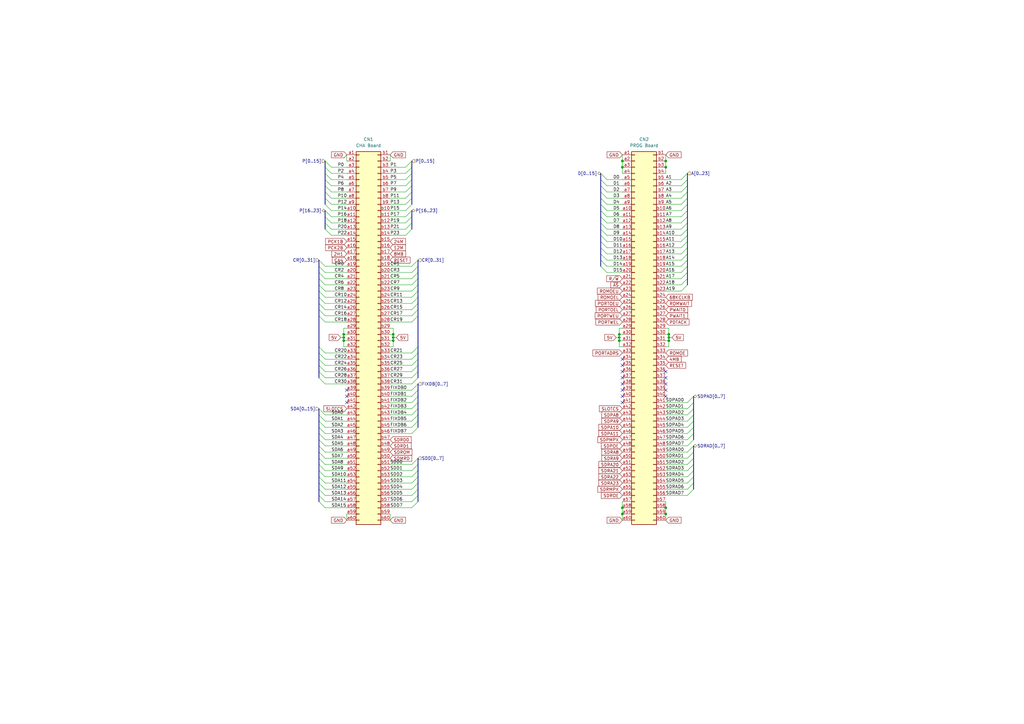
<source format=kicad_sch>
(kicad_sch (version 20250114) (generator "eeschema") (generator_version "9.0")
  (paper "A3")
  (title_block (title "NEO-MVH MV1FZS") (date "2025-10-13") (comment 1 "Not official schematic from SNK") (comment 2 "Use at your own discretion"))
  (lib_symbols
    (symbol "Neo Geo:Cartridge Slot_2x60" (pin_names (offset 1.016) (hide yes))
      (property "Reference" "CN" (at 0 76.2 0))
      (property "Value" "Cartridge_Slot_2x60" (at -0.254 -79.756 0))
      (symbol "Cartridge Slot_2x60_1_1"
        (pin passive line (at -8.89 73.66 0) (length 3.81) (name "a1") (number "a1"))
        (pin passive line (at -8.89 71.12 0) (length 3.81) (name "a2") (number "a2"))
        (pin passive line (at -8.89 68.58 0) (length 3.81) (name "a3") (number "a3"))
        (pin passive line (at -8.89 66.04 0) (length 3.81) (name "a4") (number "a4"))
        (pin passive line (at -8.89 63.5 0) (length 3.81) (name "a5") (number "a5"))
        (pin passive line (at -8.89 60.96 0) (length 3.81) (name "a6") (number "a6"))
        (pin passive line (at -8.89 58.42 0) (length 3.81) (name "a7") (number "a7"))
        (pin passive line (at -8.89 55.88 0) (length 3.81) (name "a8") (number "a8"))
        (pin passive line (at -8.89 53.34 0) (length 3.81) (name "a9") (number "a9"))
        (pin passive line (at -8.89 50.8 0) (length 3.81) (name "a10") (number "a10"))
        (pin passive line (at -8.89 48.26 0) (length 3.81) (name "a11") (number "a11"))
        (pin passive line (at -8.89 45.72 0) (length 3.81) (name "a12") (number "a12"))
        (pin passive line (at -8.89 43.18 0) (length 3.81) (name "a13") (number "a13"))
        (pin passive line (at -8.89 40.64 0) (length 3.81) (name "a14") (number "a14"))
        (pin passive line (at -8.89 38.1 0) (length 3.81) (name "a15") (number "a15"))
        (pin passive line (at -8.89 35.56 0) (length 3.81) (name "a16") (number "a16"))
        (pin passive line (at -8.89 33.02 0) (length 3.81) (name "a17") (number "a17"))
        (pin passive line (at -8.89 30.48 0) (length 3.81) (name "a18") (number "a18"))
        (pin passive line (at -8.89 27.94 0) (length 3.81) (name "a19") (number "a19"))
        (pin passive line (at -8.89 25.4 0) (length 3.81) (name "a20") (number "a20"))
        (pin passive line (at -8.89 22.86 0) (length 3.81) (name "a21") (number "a21"))
        (pin passive line (at -8.89 20.32 0) (length 3.81) (name "a22") (number "a22"))
        (pin passive line (at -8.89 17.78 0) (length 3.81) (name "a23") (number "a23"))
        (pin passive line (at -8.89 15.24 0) (length 3.81) (name "a24") (number "a24"))
        (pin passive line (at -8.89 12.7 0) (length 3.81) (name "a25") (number "a25"))
        (pin passive line (at -8.89 10.16 0) (length 3.81) (name "a26") (number "a26"))
        (pin passive line (at -8.89 7.62 0) (length 3.81) (name "a27") (number "a27"))
        (pin passive line (at -8.89 5.08 0) (length 3.81) (name "a28") (number "a28"))
        (pin passive line (at -8.89 2.54 0) (length 3.81) (name "a29") (number "a29"))
        (pin passive line (at -8.89 0 0) (length 3.81) (name "a30") (number "a30"))
        (pin passive line (at -8.89 -2.54 0) (length 3.81) (name "a31") (number "a31"))
        (pin passive line (at -8.89 -5.08 0) (length 3.81) (name "a32") (number "a32"))
        (pin passive line (at -8.89 -7.62 0) (length 3.81) (name "a33") (number "a33"))
        (pin passive line (at -8.89 -10.16 0) (length 3.81) (name "a34") (number "a34"))
        (pin passive line (at -8.89 -12.7 0) (length 3.81) (name "a35") (number "a35"))
        (pin passive line (at -8.89 -15.24 0) (length 3.81) (name "a36") (number "a36"))
        (pin passive line (at -8.89 -17.78 0) (length 3.81) (name "a37") (number "a37"))
        (pin passive line (at -8.89 -20.32 0) (length 3.81) (name "a38") (number "a38"))
        (pin passive line (at -8.89 -22.86 0) (length 3.81) (name "a39") (number "a39"))
        (pin passive line (at -8.89 -25.4 0) (length 3.81) (name "a40") (number "a40"))
        (pin passive line (at -8.89 -27.94 0) (length 3.81) (name "a41") (number "a41"))
        (pin passive line (at -8.89 -30.48 0) (length 3.81) (name "a42") (number "a42"))
        (pin passive line (at -8.89 -33.02 0) (length 3.81) (name "a43") (number "a43"))
        (pin passive line (at -8.89 -35.56 0) (length 3.81) (name "a44") (number "a44"))
        (pin passive line (at -8.89 -38.1 0) (length 3.81) (name "a45") (number "a45"))
        (pin passive line (at -8.89 -40.64 0) (length 3.81) (name "a46") (number "a46"))
        (pin passive line (at -8.89 -43.18 0) (length 3.81) (name "a47") (number "a47"))
        (pin passive line (at -8.89 -45.72 0) (length 3.81) (name "a48") (number "a48"))
        (pin passive line (at -8.89 -48.26 0) (length 3.81) (name "a49") (number "a49"))
        (pin passive line (at -8.89 -50.8 0) (length 3.81) (name "a50") (number "a50"))
        (pin passive line (at -8.89 -53.34 0) (length 3.81) (name "a51") (number "a51"))
        (pin passive line (at -8.89 -55.88 0) (length 3.81) (name "a52") (number "a52"))
        (pin passive line (at -8.89 -58.42 0) (length 3.81) (name "a53") (number "a53"))
        (pin passive line (at -8.89 -60.96 0) (length 3.81) (name "a54") (number "a54"))
        (pin passive line (at -8.89 -63.5 0) (length 3.81) (name "a55") (number "a55"))
        (pin passive line (at -8.89 -66.04 0) (length 3.81) (name "a56") (number "a56"))
        (pin passive line (at -8.89 -68.58 0) (length 3.81) (name "a57") (number "a57"))
        (pin passive line (at -8.89 -71.12 0) (length 3.81) (name "a58") (number "a58"))
        (pin passive line (at -8.89 -73.66 0) (length 3.81) (name "a59") (number "a59"))
        (pin passive line (at -8.89 -76.2 0) (length 3.81) (name "a60") (number "a60"))
        (pin passive line (at 8.89 73.66 180) (length 3.81) (name "b1") (number "b1"))
        (pin passive line (at 8.89 71.12 180) (length 3.81) (name "b2") (number "b2"))
        (pin passive line (at 8.89 68.58 180) (length 3.81) (name "b3") (number "b3"))
        (pin passive line (at 8.89 66.04 180) (length 3.81) (name "b4") (number "b4"))
        (pin passive line (at 8.89 63.5 180) (length 3.81) (name "b5") (number "b5"))
        (pin passive line (at 8.89 60.96 180) (length 3.81) (name "b6") (number "b6"))
        (pin passive line (at 8.89 58.42 180) (length 3.81) (name "b7") (number "b7"))
        (pin passive line (at 8.89 55.88 180) (length 3.81) (name "b8") (number "b8"))
        (pin passive line (at 8.89 53.34 180) (length 3.81) (name "b9") (number "b9"))
        (pin passive line (at 8.89 50.8 180) (length 3.81) (name "b10") (number "b10"))
        (pin passive line (at 8.89 48.26 180) (length 3.81) (name "b11") (number "b11"))
        (pin passive line (at 8.89 45.72 180) (length 3.81) (name "b12") (number "b12"))
        (pin passive line (at 8.89 43.18 180) (length 3.81) (name "b13") (number "b13"))
        (pin passive line (at 8.89 40.64 180) (length 3.81) (name "b14") (number "b14"))
        (pin passive line (at 8.89 38.1 180) (length 3.81) (name "b15") (number "b15"))
        (pin passive line (at 8.89 35.56 180) (length 3.81) (name "b16") (number "b16"))
        (pin passive line (at 8.89 33.02 180) (length 3.81) (name "b17") (number "b17"))
        (pin passive line (at 8.89 30.48 180) (length 3.81) (name "b18") (number "b18"))
        (pin passive line (at 8.89 27.94 180) (length 3.81) (name "b19") (number "b19"))
        (pin passive line (at 8.89 25.4 180) (length 3.81) (name "b20") (number "b20"))
        (pin passive line (at 8.89 22.86 180) (length 3.81) (name "b21") (number "b21"))
        (pin passive line (at 8.89 20.32 180) (length 3.81) (name "b22") (number "b22"))
        (pin passive line (at 8.89 17.78 180) (length 3.81) (name "b23") (number "b23"))
        (pin passive line (at 8.89 15.24 180) (length 3.81) (name "b24") (number "b24"))
        (pin passive line (at 8.89 12.7 180) (length 3.81) (name "b25") (number "b25"))
        (pin passive line (at 8.89 10.16 180) (length 3.81) (name "b26") (number "b26"))
        (pin passive line (at 8.89 7.62 180) (length 3.81) (name "b27") (number "b27"))
        (pin passive line (at 8.89 5.08 180) (length 3.81) (name "b28") (number "b28"))
        (pin passive line (at 8.89 2.54 180) (length 3.81) (name "b29") (number "b29"))
        (pin passive line (at 8.89 0 180) (length 3.81) (name "b30") (number "b30"))
        (pin passive line (at 8.89 -2.54 180) (length 3.81) (name "b31") (number "b31"))
        (pin passive line (at 8.89 -5.08 180) (length 3.81) (name "b32") (number "b32"))
        (pin passive line (at 8.89 -7.62 180) (length 3.81) (name "b33") (number "b33"))
        (pin passive line (at 8.89 -10.16 180) (length 3.81) (name "b34") (number "b34"))
        (pin passive line (at 8.89 -12.7 180) (length 3.81) (name "b35") (number "b35"))
        (pin passive line (at 8.89 -15.24 180) (length 3.81) (name "b36") (number "b36"))
        (pin passive line (at 8.89 -17.78 180) (length 3.81) (name "b37") (number "b37"))
        (pin passive line (at 8.89 -20.32 180) (length 3.81) (name "b38") (number "b38"))
        (pin passive line (at 8.89 -22.86 180) (length 3.81) (name "b39") (number "b39"))
        (pin passive line (at 8.89 -25.4 180) (length 3.81) (name "b40") (number "b40"))
        (pin passive line (at 8.89 -27.94 180) (length 3.81) (name "b41") (number "b41"))
        (pin passive line (at 8.89 -30.48 180) (length 3.81) (name "b42") (number "b42"))
        (pin passive line (at 8.89 -33.02 180) (length 3.81) (name "b43") (number "b43"))
        (pin passive line (at 8.89 -35.56 180) (length 3.81) (name "b44") (number "b44"))
        (pin passive line (at 8.89 -38.1 180) (length 3.81) (name "b45") (number "b45"))
        (pin passive line (at 8.89 -40.64 180) (length 3.81) (name "b46") (number "b46"))
        (pin passive line (at 8.89 -43.18 180) (length 3.81) (name "b47") (number "b47"))
        (pin passive line (at 8.89 -45.72 180) (length 3.81) (name "b48") (number "b48"))
        (pin passive line (at 8.89 -48.26 180) (length 3.81) (name "b49") (number "b49"))
        (pin passive line (at 8.89 -50.8 180) (length 3.81) (name "b50") (number "b50"))
        (pin passive line (at 8.89 -53.34 180) (length 3.81) (name "b51") (number "b51"))
        (pin passive line (at 8.89 -55.88 180) (length 3.81) (name "b52") (number "b52"))
        (pin passive line (at 8.89 -58.42 180) (length 3.81) (name "b53") (number "b53"))
        (pin passive line (at 8.89 -60.96 180) (length 3.81) (name "b54") (number "b54"))
        (pin passive line (at 8.89 -63.5 180) (length 3.81) (name "b55") (number "b55"))
        (pin passive line (at 8.89 -66.04 180) (length 3.81) (name "b56") (number "b56"))
        (pin passive line (at 8.89 -68.58 180) (length 3.81) (name "b57") (number "b57"))
        (pin passive line (at 8.89 -71.12 180) (length 3.81) (name "b58") (number "b58"))
        (pin passive line (at 8.89 -73.66 180) (length 3.81) (name "b59") (number "b59"))
        (pin passive line (at 8.89 -76.2 180) (length 3.81) (name "b60") (number "b60"))
      )
    )
  )
  (junction (at 161.29 139.7))
  (junction (at 274.32 137.16))
  (junction (at 273.05 210.82))
  (junction (at 274.32 139.7))
  (junction (at 140.97 139.7))
  (junction (at 274.32 138.43))
  (junction (at 273.05 68.58))
  (junction (at 255.27 208.28))
  (junction (at 161.29 138.43))
  (junction (at 255.27 68.58))
  (junction (at 254 137.16))
  (junction (at 273.05 208.28))
  (junction (at 161.29 137.16))
  (junction (at 255.27 210.82))
  (junction (at 255.27 66.04))
  (junction (at 273.05 66.04))
  (junction (at 140.97 138.43))
  (junction (at 140.97 137.16))
  (junction (at 254 138.43))
  (junction (at 254 139.7))
  (no_connect (at 255.27 157.48))
  (no_connect (at 273.05 154.94))
  (no_connect (at 142.24 162.56))
  (no_connect (at 255.27 160.02))
  (no_connect (at 255.27 165.1))
  (no_connect (at 273.05 152.4))
  (no_connect (at 142.24 165.1))
  (no_connect (at 255.27 149.86))
  (no_connect (at 255.27 154.94))
  (no_connect (at 273.05 162.56))
  (no_connect (at 255.27 147.32))
  (no_connect (at 255.27 152.4))
  (no_connect (at 273.05 160.02))
  (no_connect (at 142.24 160.02))
  (no_connect (at 273.05 157.48))
  (no_connect (at 255.27 162.56))
  (bus_entry (at 130.81 193.04) (size 2.54 2.54))
  (bus_entry (at 130.81 129.54) (size 2.54 2.54))
  (bus_entry (at 281.94 88.9) (size -2.54 2.54))
  (bus_entry (at 130.81 119.38) (size 2.54 2.54))
  (bus_entry (at 246.38 76.2) (size 2.54 2.54))
  (bus_entry (at 130.81 142.24) (size 2.54 2.54))
  (bus_entry (at 284.48 198.12) (size -2.54 2.54))
  (bus_entry (at 130.81 116.84) (size 2.54 2.54))
  (bus_entry (at 171.45 152.4) (size -2.54 2.54))
  (bus_entry (at 284.48 165.1) (size -2.54 2.54))
  (bus_entry (at 130.81 127) (size 2.54 2.54))
  (bus_entry (at 130.81 111.76) (size 2.54 2.54))
  (bus_entry (at 130.81 147.32) (size 2.54 2.54))
  (bus_entry (at 281.94 99.06) (size -2.54 2.54))
  (bus_entry (at 130.81 109.22) (size 2.54 2.54))
  (bus_entry (at 281.94 109.22) (size -2.54 2.54))
  (bus_entry (at 281.94 96.52) (size -2.54 2.54))
  (bus_entry (at 281.94 111.76) (size -2.54 2.54))
  (bus_entry (at 284.48 177.8) (size -2.54 2.54))
  (bus_entry (at 281.94 76.2) (size -2.54 2.54))
  (bus_entry (at 133.35 83.82) (size 2.54 2.54))
  (bus_entry (at 168.91 86.36) (size -2.54 2.54))
  (bus_entry (at 284.48 180.34) (size -2.54 2.54))
  (bus_entry (at 171.45 195.58) (size -2.54 2.54))
  (bus_entry (at 133.35 73.66) (size 2.54 2.54))
  (bus_entry (at 171.45 175.26) (size -2.54 2.54))
  (bus_entry (at 130.81 190.5) (size 2.54 2.54))
  (bus_entry (at 130.81 152.4) (size 2.54 2.54))
  (bus_entry (at 171.45 147.32) (size -2.54 2.54))
  (bus_entry (at 130.81 205.74) (size 2.54 2.54))
  (bus_entry (at 246.38 71.12) (size 2.54 2.54))
  (bus_entry (at 246.38 88.9) (size 2.54 2.54))
  (bus_entry (at 246.38 86.36) (size 2.54 2.54))
  (bus_entry (at 246.38 96.52) (size 2.54 2.54))
  (bus_entry (at 130.81 182.88) (size 2.54 2.54))
  (bus_entry (at 171.45 198.12) (size -2.54 2.54))
  (bus_entry (at 130.81 200.66) (size 2.54 2.54))
  (bus_entry (at 171.45 193.04) (size -2.54 2.54))
  (bus_entry (at 171.45 124.46) (size -2.54 2.54))
  (bus_entry (at 130.81 172.72) (size 2.54 2.54))
  (bus_entry (at 281.94 114.3) (size -2.54 2.54))
  (bus_entry (at 171.45 172.72) (size -2.54 2.54))
  (bus_entry (at 133.35 66.04) (size 2.54 2.54))
  (bus_entry (at 171.45 170.18) (size -2.54 2.54))
  (bus_entry (at 168.91 91.44) (size -2.54 2.54))
  (bus_entry (at 171.45 111.76) (size -2.54 2.54))
  (bus_entry (at 130.81 106.68) (size 2.54 2.54))
  (bus_entry (at 171.45 149.86) (size -2.54 2.54))
  (bus_entry (at 284.48 172.72) (size -2.54 2.54))
  (bus_entry (at 168.91 66.04) (size -2.54 2.54))
  (bus_entry (at 246.38 93.98) (size 2.54 2.54))
  (bus_entry (at 133.35 81.28) (size 2.54 2.54))
  (bus_entry (at 246.38 99.06) (size 2.54 2.54))
  (bus_entry (at 246.38 104.14) (size 2.54 2.54))
  (bus_entry (at 171.45 154.94) (size -2.54 2.54))
  (bus_entry (at 246.38 91.44) (size 2.54 2.54))
  (bus_entry (at 284.48 193.04) (size -2.54 2.54))
  (bus_entry (at 281.94 116.84) (size -2.54 2.54))
  (bus_entry (at 130.81 177.8) (size 2.54 2.54))
  (bus_entry (at 171.45 203.2) (size -2.54 2.54))
  (bus_entry (at 133.35 86.36) (size 2.54 2.54))
  (bus_entry (at 168.91 88.9) (size -2.54 2.54))
  (bus_entry (at 130.81 114.3) (size 2.54 2.54))
  (bus_entry (at 130.81 180.34) (size 2.54 2.54))
  (bus_entry (at 130.81 175.26) (size 2.54 2.54))
  (bus_entry (at 171.45 116.84) (size -2.54 2.54))
  (bus_entry (at 171.45 142.24) (size -2.54 2.54))
  (bus_entry (at 171.45 200.66) (size -2.54 2.54))
  (bus_entry (at 130.81 195.58) (size 2.54 2.54))
  (bus_entry (at 281.94 106.68) (size -2.54 2.54))
  (bus_entry (at 284.48 185.42) (size -2.54 2.54))
  (bus_entry (at 281.94 91.44) (size -2.54 2.54))
  (bus_entry (at 171.45 205.74) (size -2.54 2.54))
  (bus_entry (at 246.38 83.82) (size 2.54 2.54))
  (bus_entry (at 171.45 106.68) (size -2.54 2.54))
  (bus_entry (at 284.48 175.26) (size -2.54 2.54))
  (bus_entry (at 246.38 106.68) (size 2.54 2.54))
  (bus_entry (at 130.81 149.86) (size 2.54 2.54))
  (bus_entry (at 281.94 78.74) (size -2.54 2.54))
  (bus_entry (at 281.94 81.28) (size -2.54 2.54))
  (bus_entry (at 130.81 124.46) (size 2.54 2.54))
  (bus_entry (at 171.45 165.1) (size -2.54 2.54))
  (bus_entry (at 246.38 101.6) (size 2.54 2.54))
  (bus_entry (at 284.48 167.64) (size -2.54 2.54))
  (bus_entry (at 133.35 68.58) (size 2.54 2.54))
  (bus_entry (at 246.38 73.66) (size 2.54 2.54))
  (bus_entry (at 246.38 78.74) (size 2.54 2.54))
  (bus_entry (at 171.45 109.22) (size -2.54 2.54))
  (bus_entry (at 284.48 182.88) (size -2.54 2.54))
  (bus_entry (at 171.45 114.3) (size -2.54 2.54))
  (bus_entry (at 168.91 68.58) (size -2.54 2.54))
  (bus_entry (at 284.48 200.66) (size -2.54 2.54))
  (bus_entry (at 133.35 78.74) (size 2.54 2.54))
  (bus_entry (at 133.35 93.98) (size 2.54 2.54))
  (bus_entry (at 171.45 167.64) (size -2.54 2.54))
  (bus_entry (at 281.94 101.6) (size -2.54 2.54))
  (bus_entry (at 246.38 109.22) (size 2.54 2.54))
  (bus_entry (at 130.81 121.92) (size 2.54 2.54))
  (bus_entry (at 130.81 185.42) (size 2.54 2.54))
  (bus_entry (at 171.45 121.92) (size -2.54 2.54))
  (bus_entry (at 171.45 157.48) (size -2.54 2.54))
  (bus_entry (at 281.94 93.98) (size -2.54 2.54))
  (bus_entry (at 133.35 76.2) (size 2.54 2.54))
  (bus_entry (at 130.81 154.94) (size 2.54 2.54))
  (bus_entry (at 171.45 119.38) (size -2.54 2.54))
  (bus_entry (at 133.35 91.44) (size 2.54 2.54))
  (bus_entry (at 171.45 187.96) (size -2.54 2.54))
  (bus_entry (at 133.35 88.9) (size 2.54 2.54))
  (bus_entry (at 168.91 73.66) (size -2.54 2.54))
  (bus_entry (at 281.94 71.12) (size -2.54 2.54))
  (bus_entry (at 130.81 198.12) (size 2.54 2.54))
  (bus_entry (at 284.48 187.96) (size -2.54 2.54))
  (bus_entry (at 281.94 86.36) (size -2.54 2.54))
  (bus_entry (at 171.45 160.02) (size -2.54 2.54))
  (bus_entry (at 284.48 190.5) (size -2.54 2.54))
  (bus_entry (at 171.45 190.5) (size -2.54 2.54))
  (bus_entry (at 130.81 170.18) (size 2.54 2.54))
  (bus_entry (at 168.91 71.12) (size -2.54 2.54))
  (bus_entry (at 168.91 93.98) (size -2.54 2.54))
  (bus_entry (at 281.94 73.66) (size -2.54 2.54))
  (bus_entry (at 246.38 81.28) (size 2.54 2.54))
  (bus_entry (at 168.91 81.28) (size -2.54 2.54))
  (bus_entry (at 168.91 83.82) (size -2.54 2.54))
  (bus_entry (at 171.45 127) (size -2.54 2.54))
  (bus_entry (at 281.94 104.14) (size -2.54 2.54))
  (bus_entry (at 130.81 144.78) (size 2.54 2.54))
  (bus_entry (at 130.81 203.2) (size 2.54 2.54))
  (bus_entry (at 284.48 195.58) (size -2.54 2.54))
  (bus_entry (at 171.45 144.78) (size -2.54 2.54))
  (bus_entry (at 130.81 167.64) (size 2.54 2.54))
  (bus_entry (at 171.45 129.54) (size -2.54 2.54))
  (bus_entry (at 168.91 76.2) (size -2.54 2.54))
  (bus_entry (at 284.48 162.56) (size -2.54 2.54))
  (bus_entry (at 168.91 78.74) (size -2.54 2.54))
  (bus_entry (at 281.94 83.82) (size -2.54 2.54))
  (bus_entry (at 130.81 187.96) (size 2.54 2.54))
  (bus_entry (at 284.48 170.18) (size -2.54 2.54))
  (bus_entry (at 133.35 71.12) (size 2.54 2.54))
  (bus_entry (at 171.45 162.56) (size -2.54 2.54))
  (wire (pts (xy 254 137.16) (xy 255.27 137.16)))
  (wire (pts (xy 142.24 63.5) (xy 142.24 66.04)))
  (bus (pts (xy 171.45 111.76) (xy 171.45 114.3)))
  (wire (pts (xy 140.97 134.62) (xy 142.24 134.62)))
  (wire (pts (xy 135.89 71.12) (xy 142.24 71.12)))
  (wire (pts (xy 160.02 88.9) (xy 166.37 88.9)))
  (wire (pts (xy 160.02 177.8) (xy 168.91 177.8)))
  (bus (pts (xy 133.35 81.28) (xy 133.35 83.82)))
  (wire (pts (xy 160.02 63.5) (xy 160.02 66.04)))
  (wire (pts (xy 160.02 172.72) (xy 168.91 172.72)))
  (wire (pts (xy 160.02 86.36) (xy 166.37 86.36)))
  (wire (pts (xy 160.02 154.94) (xy 168.91 154.94)))
  (wire (pts (xy 140.97 137.16) (xy 142.24 137.16)))
  (wire (pts (xy 248.92 83.82) (xy 255.27 83.82)))
  (bus (pts (xy 130.81 111.76) (xy 130.81 114.3)))
  (wire (pts (xy 248.92 86.36) (xy 255.27 86.36)))
  (bus (pts (xy 130.81 147.32) (xy 130.81 149.86)))
  (wire (pts (xy 160.02 208.28) (xy 168.91 208.28)))
  (wire (pts (xy 248.92 111.76) (xy 255.27 111.76)))
  (wire (pts (xy 133.35 149.86) (xy 142.24 149.86)))
  (wire (pts (xy 273.05 81.28) (xy 279.4 81.28)))
  (bus (pts (xy 281.94 81.28) (xy 281.94 83.82)))
  (bus (pts (xy 171.45 124.46) (xy 171.45 127)))
  (wire (pts (xy 162.56 138.43) (xy 161.29 138.43)))
  (wire (pts (xy 273.05 93.98) (xy 279.4 93.98)))
  (wire (pts (xy 273.05 68.58) (xy 273.05 71.12)))
  (bus (pts (xy 133.35 78.74) (xy 133.35 81.28)))
  (bus (pts (xy 130.81 114.3) (xy 130.81 116.84)))
  (wire (pts (xy 255.27 210.82) (xy 255.27 208.28)))
  (bus (pts (xy 130.81 182.88) (xy 130.81 185.42)))
  (wire (pts (xy 133.35 157.48) (xy 142.24 157.48)))
  (bus (pts (xy 130.81 172.72) (xy 130.81 175.26)))
  (wire (pts (xy 273.05 86.36) (xy 279.4 86.36)))
  (wire (pts (xy 274.32 138.43) (xy 274.32 137.16)))
  (bus (pts (xy 171.45 190.5) (xy 171.45 193.04)))
  (wire (pts (xy 133.35 195.58) (xy 142.24 195.58)))
  (wire (pts (xy 135.89 96.52) (xy 142.24 96.52)))
  (wire (pts (xy 160.02 78.74) (xy 166.37 78.74)))
  (bus (pts (xy 130.81 144.78) (xy 130.81 147.32)))
  (wire (pts (xy 273.05 104.14) (xy 279.4 104.14)))
  (wire (pts (xy 273.05 114.3) (xy 279.4 114.3)))
  (bus (pts (xy 281.94 83.82) (xy 281.94 86.36)))
  (bus (pts (xy 281.94 101.6) (xy 281.94 104.14)))
  (bus (pts (xy 281.94 114.3) (xy 281.94 116.84)))
  (wire (pts (xy 273.05 99.06) (xy 279.4 99.06)))
  (wire (pts (xy 133.35 170.18) (xy 142.24 170.18)))
  (bus (pts (xy 133.35 66.04) (xy 133.35 68.58)))
  (wire (pts (xy 248.92 91.44) (xy 255.27 91.44)))
  (wire (pts (xy 135.89 86.36) (xy 142.24 86.36)))
  (bus (pts (xy 168.91 86.36) (xy 168.91 88.9)))
  (bus (pts (xy 281.94 93.98) (xy 281.94 96.52)))
  (bus (pts (xy 130.81 119.38) (xy 130.81 121.92)))
  (wire (pts (xy 133.35 208.28) (xy 142.24 208.28)))
  (wire (pts (xy 273.05 213.36) (xy 273.05 210.82)))
  (wire (pts (xy 248.92 99.06) (xy 255.27 99.06)))
  (wire (pts (xy 133.35 177.8) (xy 142.24 177.8)))
  (bus (pts (xy 281.94 96.52) (xy 281.94 99.06)))
  (bus (pts (xy 133.35 71.12) (xy 133.35 73.66)))
  (wire (pts (xy 273.05 106.68) (xy 279.4 106.68)))
  (wire (pts (xy 160.02 83.82) (xy 166.37 83.82)))
  (wire (pts (xy 248.92 104.14) (xy 255.27 104.14)))
  (wire (pts (xy 140.97 134.62) (xy 140.97 137.16)))
  (bus (pts (xy 246.38 73.66) (xy 246.38 76.2)))
  (wire (pts (xy 135.89 73.66) (xy 142.24 73.66)))
  (wire (pts (xy 160.02 213.36) (xy 160.02 210.82)))
  (bus (pts (xy 130.81 106.68) (xy 130.81 109.22)))
  (bus (pts (xy 281.94 99.06) (xy 281.94 101.6)))
  (wire (pts (xy 133.35 124.46) (xy 142.24 124.46)))
  (wire (pts (xy 274.32 142.24) (xy 273.05 142.24)))
  (wire (pts (xy 135.89 76.2) (xy 142.24 76.2)))
  (wire (pts (xy 160.02 121.92) (xy 168.91 121.92)))
  (wire (pts (xy 135.89 81.28) (xy 142.24 81.28)))
  (bus (pts (xy 246.38 93.98) (xy 246.38 96.52)))
  (bus (pts (xy 130.81 177.8) (xy 130.81 180.34)))
  (wire (pts (xy 274.32 139.7) (xy 274.32 138.43)))
  (wire (pts (xy 133.35 205.74) (xy 142.24 205.74)))
  (wire (pts (xy 133.35 147.32) (xy 142.24 147.32)))
  (bus (pts (xy 281.94 76.2) (xy 281.94 78.74)))
  (bus (pts (xy 171.45 127) (xy 171.45 129.54)))
  (wire (pts (xy 273.05 101.6) (xy 279.4 101.6)))
  (bus (pts (xy 168.91 71.12) (xy 168.91 73.66)))
  (wire (pts (xy 160.02 205.74) (xy 168.91 205.74)))
  (bus (pts (xy 246.38 101.6) (xy 246.38 104.14)))
  (bus (pts (xy 130.81 152.4) (xy 130.81 154.94)))
  (wire (pts (xy 133.35 114.3) (xy 142.24 114.3)))
  (bus (pts (xy 130.81 129.54) (xy 130.81 142.24)))
  (wire (pts (xy 160.02 147.32) (xy 168.91 147.32)))
  (bus (pts (xy 130.81 116.84) (xy 130.81 119.38)))
  (bus (pts (xy 284.48 185.42) (xy 284.48 187.96)))
  (wire (pts (xy 140.97 137.16) (xy 140.97 138.43)))
  (wire (pts (xy 273.05 195.58) (xy 281.94 195.58)))
  (wire (pts (xy 273.05 177.8) (xy 281.94 177.8)))
  (bus (pts (xy 281.94 78.74) (xy 281.94 81.28)))
  (bus (pts (xy 171.45 119.38) (xy 171.45 121.92)))
  (bus (pts (xy 171.45 165.1) (xy 171.45 167.64)))
  (bus (pts (xy 171.45 152.4) (xy 171.45 154.94)))
  (wire (pts (xy 281.94 167.64) (xy 273.05 167.64)))
  (bus (pts (xy 171.45 149.86) (xy 171.45 152.4)))
  (wire (pts (xy 160.02 152.4) (xy 168.91 152.4)))
  (wire (pts (xy 255.27 63.5) (xy 255.27 66.04)))
  (wire (pts (xy 273.05 175.26) (xy 281.94 175.26)))
  (wire (pts (xy 133.35 152.4) (xy 142.24 152.4)))
  (wire (pts (xy 160.02 193.04) (xy 168.91 193.04)))
  (wire (pts (xy 273.05 208.28) (xy 273.05 205.74)))
  (wire (pts (xy 133.35 185.42) (xy 142.24 185.42)))
  (wire (pts (xy 248.92 81.28) (xy 255.27 81.28)))
  (bus (pts (xy 171.45 167.64) (xy 171.45 170.18)))
  (bus (pts (xy 171.45 106.68) (xy 171.45 109.22)))
  (wire (pts (xy 133.35 187.96) (xy 142.24 187.96)))
  (wire (pts (xy 133.35 154.94) (xy 142.24 154.94)))
  (bus (pts (xy 168.91 81.28) (xy 168.91 83.82)))
  (wire (pts (xy 161.29 142.24) (xy 160.02 142.24)))
  (bus (pts (xy 171.45 195.58) (xy 171.45 198.12)))
  (bus (pts (xy 281.94 111.76) (xy 281.94 114.3)))
  (bus (pts (xy 171.45 129.54) (xy 171.45 142.24)))
  (wire (pts (xy 274.32 137.16) (xy 273.05 137.16)))
  (wire (pts (xy 273.05 116.84) (xy 279.4 116.84)))
  (wire (pts (xy 160.02 93.98) (xy 166.37 93.98)))
  (bus (pts (xy 171.45 198.12) (xy 171.45 200.66)))
  (wire (pts (xy 160.02 127) (xy 168.91 127)))
  (bus (pts (xy 171.45 144.78) (xy 171.45 147.32)))
  (wire (pts (xy 133.35 203.2) (xy 142.24 203.2)))
  (wire (pts (xy 133.35 175.26) (xy 142.24 175.26)))
  (wire (pts (xy 140.97 138.43) (xy 140.97 139.7)))
  (wire (pts (xy 135.89 68.58) (xy 142.24 68.58)))
  (wire (pts (xy 248.92 88.9) (xy 255.27 88.9)))
  (wire (pts (xy 274.32 134.62) (xy 273.05 134.62)))
  (bus (pts (xy 284.48 195.58) (xy 284.48 198.12)))
  (wire (pts (xy 273.05 210.82) (xy 273.05 208.28)))
  (bus (pts (xy 168.91 68.58) (xy 168.91 71.12)))
  (wire (pts (xy 160.02 160.02) (xy 168.91 160.02)))
  (wire (pts (xy 160.02 68.58) (xy 166.37 68.58)))
  (bus (pts (xy 133.35 86.36) (xy 133.35 88.9)))
  (bus (pts (xy 168.91 66.04) (xy 168.91 68.58)))
  (wire (pts (xy 140.97 139.7) (xy 140.97 142.24)))
  (wire (pts (xy 254 137.16) (xy 254 138.43)))
  (wire (pts (xy 273.05 73.66) (xy 279.4 73.66)))
  (wire (pts (xy 273.05 165.1) (xy 281.94 165.1)))
  (wire (pts (xy 273.05 203.2) (xy 281.94 203.2)))
  (bus (pts (xy 284.48 167.64) (xy 284.48 170.18)))
  (wire (pts (xy 160.02 91.44) (xy 166.37 91.44)))
  (wire (pts (xy 160.02 73.66) (xy 166.37 73.66)))
  (wire (pts (xy 160.02 165.1) (xy 168.91 165.1)))
  (bus (pts (xy 130.81 198.12) (xy 130.81 200.66)))
  (wire (pts (xy 160.02 198.12) (xy 168.91 198.12)))
  (bus (pts (xy 246.38 86.36) (xy 246.38 88.9)))
  (wire (pts (xy 160.02 175.26) (xy 168.91 175.26)))
  (bus (pts (xy 171.45 109.22) (xy 171.45 111.76)))
  (wire (pts (xy 160.02 167.64) (xy 168.91 167.64)))
  (bus (pts (xy 246.38 81.28) (xy 246.38 83.82)))
  (wire (pts (xy 273.05 88.9) (xy 279.4 88.9)))
  (wire (pts (xy 133.35 132.08) (xy 142.24 132.08)))
  (bus (pts (xy 171.45 187.96) (xy 171.45 190.5)))
  (wire (pts (xy 133.35 129.54) (xy 142.24 129.54)))
  (wire (pts (xy 133.35 180.34) (xy 142.24 180.34)))
  (bus (pts (xy 246.38 106.68) (xy 246.38 109.22)))
  (wire (pts (xy 160.02 170.18) (xy 168.91 170.18)))
  (wire (pts (xy 255.27 208.28) (xy 255.27 205.74)))
  (bus (pts (xy 130.81 190.5) (xy 130.81 193.04)))
  (wire (pts (xy 273.05 200.66) (xy 281.94 200.66)))
  (wire (pts (xy 273.05 187.96) (xy 281.94 187.96)))
  (bus (pts (xy 130.81 149.86) (xy 130.81 152.4)))
  (wire (pts (xy 160.02 81.28) (xy 166.37 81.28)))
  (wire (pts (xy 273.05 170.18) (xy 281.94 170.18)))
  (bus (pts (xy 281.94 104.14) (xy 281.94 106.68)))
  (wire (pts (xy 135.89 88.9) (xy 142.24 88.9)))
  (wire (pts (xy 160.02 124.46) (xy 168.91 124.46)))
  (bus (pts (xy 171.45 114.3) (xy 171.45 116.84)))
  (wire (pts (xy 133.35 193.04) (xy 142.24 193.04)))
  (bus (pts (xy 130.81 187.96) (xy 130.81 190.5)))
  (wire (pts (xy 273.05 109.22) (xy 279.4 109.22)))
  (wire (pts (xy 273.05 96.52) (xy 279.4 96.52)))
  (wire (pts (xy 279.4 119.38) (xy 273.05 119.38)))
  (wire (pts (xy 273.05 172.72) (xy 281.94 172.72)))
  (bus (pts (xy 281.94 106.68) (xy 281.94 109.22)))
  (wire (pts (xy 160.02 76.2) (xy 166.37 76.2)))
  (wire (pts (xy 161.29 137.16) (xy 161.29 134.62)))
  (wire (pts (xy 273.05 198.12) (xy 281.94 198.12)))
  (bus (pts (xy 171.45 121.92) (xy 171.45 124.46)))
  (wire (pts (xy 160.02 119.38) (xy 168.91 119.38)))
  (wire (pts (xy 248.92 96.52) (xy 255.27 96.52)))
  (wire (pts (xy 160.02 162.56) (xy 168.91 162.56)))
  (bus (pts (xy 246.38 76.2) (xy 246.38 78.74)))
  (wire (pts (xy 133.35 198.12) (xy 142.24 198.12)))
  (wire (pts (xy 161.29 138.43) (xy 161.29 137.16)))
  (wire (pts (xy 248.92 106.68) (xy 255.27 106.68)))
  (bus (pts (xy 130.81 121.92) (xy 130.81 124.46)))
  (bus (pts (xy 130.81 170.18) (xy 130.81 172.72)))
  (wire (pts (xy 273.05 111.76) (xy 279.4 111.76)))
  (wire (pts (xy 133.35 127) (xy 142.24 127)))
  (wire (pts (xy 274.32 137.16) (xy 274.32 134.62)))
  (wire (pts (xy 139.7 138.43) (xy 140.97 138.43)))
  (wire (pts (xy 160.02 144.78) (xy 168.91 144.78)))
  (wire (pts (xy 135.89 91.44) (xy 142.24 91.44)))
  (wire (pts (xy 274.32 142.24) (xy 274.32 139.7)))
  (wire (pts (xy 160.02 203.2) (xy 168.91 203.2)))
  (bus (pts (xy 246.38 83.82) (xy 246.38 86.36)))
  (bus (pts (xy 168.91 78.74) (xy 168.91 81.28)))
  (wire (pts (xy 160.02 200.66) (xy 168.91 200.66)))
  (bus (pts (xy 133.35 88.9) (xy 133.35 91.44)))
  (bus (pts (xy 246.38 96.52) (xy 246.38 99.06)))
  (bus (pts (xy 246.38 91.44) (xy 246.38 93.98)))
  (wire (pts (xy 255.27 68.58) (xy 255.27 71.12)))
  (wire (pts (xy 255.27 66.04) (xy 255.27 68.58)))
  (bus (pts (xy 284.48 193.04) (xy 284.48 195.58)))
  (bus (pts (xy 133.35 76.2) (xy 133.35 78.74)))
  (wire (pts (xy 248.92 78.74) (xy 255.27 78.74)))
  (bus (pts (xy 284.48 190.5) (xy 284.48 193.04)))
  (wire (pts (xy 133.35 182.88) (xy 142.24 182.88)))
  (bus (pts (xy 281.94 91.44) (xy 281.94 93.98)))
  (bus (pts (xy 281.94 86.36) (xy 281.94 88.9)))
  (wire (pts (xy 254 138.43) (xy 254 139.7)))
  (bus (pts (xy 284.48 162.56) (xy 284.48 165.1)))
  (bus (pts (xy 130.81 195.58) (xy 130.81 198.12)))
  (wire (pts (xy 273.05 66.04) (xy 273.05 68.58)))
  (wire (pts (xy 160.02 149.86) (xy 168.91 149.86)))
  (wire (pts (xy 161.29 142.24) (xy 161.29 139.7)))
  (wire (pts (xy 160.02 132.08) (xy 168.91 132.08)))
  (bus (pts (xy 281.94 71.12) (xy 281.94 73.66)))
  (bus (pts (xy 281.94 73.66) (xy 281.94 76.2)))
  (wire (pts (xy 273.05 185.42) (xy 281.94 185.42)))
  (bus (pts (xy 284.48 172.72) (xy 284.48 175.26)))
  (bus (pts (xy 130.81 193.04) (xy 130.81 195.58)))
  (wire (pts (xy 248.92 93.98) (xy 255.27 93.98)))
  (wire (pts (xy 161.29 139.7) (xy 161.29 138.43)))
  (wire (pts (xy 133.35 119.38) (xy 142.24 119.38)))
  (bus (pts (xy 171.45 147.32) (xy 171.45 149.86)))
  (bus (pts (xy 246.38 71.12) (xy 246.38 73.66)))
  (bus (pts (xy 246.38 104.14) (xy 246.38 106.68)))
  (wire (pts (xy 248.92 76.2) (xy 255.27 76.2)))
  (bus (pts (xy 284.48 177.8) (xy 284.48 180.34)))
  (bus (pts (xy 171.45 116.84) (xy 171.45 119.38)))
  (wire (pts (xy 160.02 195.58) (xy 168.91 195.58)))
  (bus (pts (xy 171.45 162.56) (xy 171.45 165.1)))
  (wire (pts (xy 140.97 139.7) (xy 142.24 139.7)))
  (wire (pts (xy 273.05 83.82) (xy 279.4 83.82)))
  (wire (pts (xy 273.05 180.34) (xy 281.94 180.34)))
  (bus (pts (xy 171.45 193.04) (xy 171.45 195.58)))
  (bus (pts (xy 168.91 76.2) (xy 168.91 78.74)))
  (bus (pts (xy 130.81 180.34) (xy 130.81 182.88)))
  (wire (pts (xy 140.97 142.24) (xy 142.24 142.24)))
  (wire (pts (xy 133.35 111.76) (xy 142.24 111.76)))
  (wire (pts (xy 273.05 182.88) (xy 281.94 182.88)))
  (bus (pts (xy 246.38 78.74) (xy 246.38 81.28)))
  (wire (pts (xy 160.02 116.84) (xy 168.91 116.84)))
  (wire (pts (xy 160.02 157.48) (xy 168.91 157.48)))
  (bus (pts (xy 168.91 91.44) (xy 168.91 93.98)))
  (wire (pts (xy 248.92 101.6) (xy 255.27 101.6)))
  (wire (pts (xy 275.59 138.43) (xy 274.32 138.43)))
  (bus (pts (xy 130.81 175.26) (xy 130.81 177.8)))
  (bus (pts (xy 171.45 170.18) (xy 171.45 172.72)))
  (bus (pts (xy 133.35 68.58) (xy 133.35 71.12)))
  (bus (pts (xy 133.35 91.44) (xy 133.35 93.98)))
  (wire (pts (xy 255.27 213.36) (xy 255.27 210.82)))
  (wire (pts (xy 133.35 121.92) (xy 142.24 121.92)))
  (bus (pts (xy 284.48 198.12) (xy 284.48 200.66)))
  (wire (pts (xy 133.35 116.84) (xy 142.24 116.84)))
  (bus (pts (xy 130.81 109.22) (xy 130.81 111.76)))
  (wire (pts (xy 133.35 144.78) (xy 142.24 144.78)))
  (wire (pts (xy 160.02 190.5) (xy 168.91 190.5)))
  (wire (pts (xy 133.35 109.22) (xy 142.24 109.22)))
  (bus (pts (xy 130.81 203.2) (xy 130.81 205.74)))
  (bus (pts (xy 284.48 165.1) (xy 284.48 167.64)))
  (wire (pts (xy 254 142.24) (xy 255.27 142.24)))
  (wire (pts (xy 133.35 200.66) (xy 142.24 200.66)))
  (wire (pts (xy 160.02 96.52) (xy 166.37 96.52)))
  (wire (pts (xy 160.02 114.3) (xy 168.91 114.3)))
  (bus (pts (xy 168.91 88.9) (xy 168.91 91.44)))
  (wire (pts (xy 273.05 76.2) (xy 279.4 76.2)))
  (bus (pts (xy 130.81 185.42) (xy 130.81 187.96)))
  (wire (pts (xy 254 134.62) (xy 255.27 134.62)))
  (bus (pts (xy 281.94 88.9) (xy 281.94 91.44)))
  (bus (pts (xy 130.81 200.66) (xy 130.81 203.2)))
  (bus (pts (xy 284.48 187.96) (xy 284.48 190.5)))
  (wire (pts (xy 273.05 190.5) (xy 281.94 190.5)))
  (wire (pts (xy 254 134.62) (xy 254 137.16)))
  (wire (pts (xy 273.05 78.74) (xy 279.4 78.74)))
  (bus (pts (xy 171.45 203.2) (xy 171.45 205.74)))
  (bus (pts (xy 246.38 99.06) (xy 246.38 101.6)))
  (wire (pts (xy 133.35 190.5) (xy 142.24 190.5)))
  (wire (pts (xy 135.89 83.82) (xy 142.24 83.82)))
  (wire (pts (xy 274.32 139.7) (xy 273.05 139.7)))
  (wire (pts (xy 135.89 93.98) (xy 142.24 93.98)))
  (wire (pts (xy 252.73 138.43) (xy 254 138.43)))
  (wire (pts (xy 254 139.7) (xy 255.27 139.7)))
  (bus (pts (xy 171.45 142.24) (xy 171.45 144.78)))
  (wire (pts (xy 161.29 139.7) (xy 160.02 139.7)))
  (wire (pts (xy 160.02 109.22) (xy 168.91 109.22)))
  (wire (pts (xy 161.29 134.62) (xy 160.02 134.62)))
  (bus (pts (xy 130.81 124.46) (xy 130.81 127)))
  (wire (pts (xy 248.92 109.22) (xy 255.27 109.22)))
  (wire (pts (xy 160.02 71.12) (xy 166.37 71.12)))
  (wire (pts (xy 273.05 91.44) (xy 279.4 91.44)))
  (bus (pts (xy 284.48 175.26) (xy 284.48 177.8)))
  (bus (pts (xy 171.45 157.48) (xy 171.45 160.02)))
  (bus (pts (xy 281.94 109.22) (xy 281.94 111.76)))
  (bus (pts (xy 284.48 182.88) (xy 284.48 185.42)))
  (bus (pts (xy 284.48 170.18) (xy 284.48 172.72)))
  (wire (pts (xy 160.02 129.54) (xy 168.91 129.54)))
  (wire (pts (xy 248.92 73.66) (xy 255.27 73.66)))
  (wire (pts (xy 133.35 172.72) (xy 142.24 172.72)))
  (wire (pts (xy 142.24 213.36) (xy 142.24 210.82)))
  (bus (pts (xy 246.38 88.9) (xy 246.38 91.44)))
  (bus (pts (xy 133.35 73.66) (xy 133.35 76.2)))
  (bus (pts (xy 171.45 200.66) (xy 171.45 203.2)))
  (wire (pts (xy 273.05 193.04) (xy 281.94 193.04)))
  (bus (pts (xy 168.91 73.66) (xy 168.91 76.2)))
  (wire (pts (xy 254 139.7) (xy 254 142.24)))
  (wire (pts (xy 161.29 137.16) (xy 160.02 137.16)))
  (wire (pts (xy 273.05 63.5) (xy 273.05 66.04)))
  (bus (pts (xy 130.81 167.64) (xy 130.81 170.18)))
  (wire (pts (xy 160.02 111.76) (xy 168.91 111.76)))
  (bus (pts (xy 130.81 142.24) (xy 130.81 144.78)))
  (bus (pts (xy 171.45 172.72) (xy 171.45 175.26)))
  (wire (pts (xy 135.89 78.74) (xy 142.24 78.74)))
  (bus (pts (xy 171.45 160.02) (xy 171.45 162.56)))
  (bus (pts (xy 130.81 127) (xy 130.81 129.54)))
  (label "A7" (at 273.05 88.9 0))
  (label "CR30" (at 137.16 157.48 0))
  (label "SDD3" (at 160.02 198.12 0))
  (label "A5" (at 273.05 83.82 0))
  (label "SDD6" (at 160.02 205.74 0))
  (label "A11" (at 273.05 99.06 0))
  (label "CR26" (at 137.16 152.4 0))
  (label "D7" (at 251.46 91.44 0))
  (label "SDRAD3" (at 273.05 193.04 0))
  (label "P5" (at 160.02 73.66 0))
  (label "SDRAD7" (at 273.05 203.2 0))
  (label "D3" (at 251.46 81.28 0))
  (label "SDA12" (at 135.89 200.66 0))
  (label "CR7" (at 160.02 116.84 0))
  (label "SDA2" (at 135.89 175.26 0))
  (label "P13" (at 160.02 83.82 0))
  (label "A16" (at 273.05 111.76 0))
  (label "FIXDB1" (at 160.02 162.56 0))
  (label "A14" (at 273.05 106.68 0))
  (label "SDRAD6" (at 273.05 200.66 0))
  (label "CR3" (at 160.02 111.76 0))
  (label "CR16" (at 137.16 129.54 0))
  (label "D6" (at 251.46 88.9 0))
  (label "CR11" (at 160.02 121.92 0))
  (label "CR31" (at 160.02 157.48 0))
  (label "CR29" (at 160.02 154.94 0))
  (label "CR1" (at 160.02 109.22 0))
  (label "A17" (at 273.05 114.3 0))
  (label "CR20" (at 137.16 144.78 0))
  (label "D4" (at 251.46 83.82 0))
  (label "SDD0" (at 160.02 190.5 0))
  (label "A18" (at 273.05 116.84 0))
  (label "CR2" (at 137.16 111.76 0))
  (label "CR14" (at 137.16 127 0))
  (label "P15" (at 160.02 86.36 0))
  (label "A8" (at 273.05 91.44 0))
  (label "P14" (at 138.43 86.36 0))
  (label "P17" (at 160.02 88.9 0))
  (label "FIXDB3" (at 160.02 167.64 0))
  (label "P20" (at 138.43 93.98 0))
  (label "SDA1" (at 135.89 172.72 0))
  (label "SDA6" (at 135.89 185.42 0))
  (label "SDRAD5" (at 273.05 198.12 0))
  (label "CR27" (at 160.02 152.4 0))
  (label "SDD5" (at 160.02 203.2 0))
  (label "SDD4" (at 160.02 200.66 0))
  (label "P11" (at 160.02 81.28 0))
  (label "A12" (at 273.05 101.6 0))
  (label "CR17" (at 160.02 129.54 0))
  (label "D13" (at 251.46 106.68 0))
  (label "P23" (at 160.02 96.52 0))
  (label "CR0" (at 137.16 109.22 0))
  (label "CR5" (at 160.02 114.3 0))
  (label "CR9" (at 160.02 119.38 0))
  (label "SDPAD3" (at 273.05 172.72 0))
  (label "SDRAD4" (at 273.05 195.58 0))
  (label "D8" (at 251.46 93.98 0))
  (label "SDA0" (at 135.89 170.18 0))
  (label "SDPAD0" (at 273.05 165.1 0))
  (label "P1" (at 160.02 68.58 0))
  (label "P6" (at 138.43 76.2 0))
  (label "FIXDB4" (at 160.02 170.18 0))
  (label "A4" (at 273.05 81.28 0))
  (label "CR23" (at 160.02 147.32 0))
  (label "SDD2" (at 160.02 195.58 0))
  (label "P21" (at 160.02 93.98 0))
  (label "P3" (at 160.02 71.12 0))
  (label "P0" (at 138.43 68.58 0))
  (label "FIXDB5" (at 160.02 172.72 0))
  (label "CR28" (at 137.16 154.94 0))
  (label "SDA11" (at 135.89 198.12 0))
  (label "CR10" (at 137.16 121.92 0))
  (label "D5" (at 251.46 86.36 0))
  (label "SDA9" (at 135.89 193.04 0))
  (label "FIXDB6" (at 160.02 175.26 0))
  (label "FIXDB7" (at 160.02 177.8 0))
  (label "CR8" (at 137.16 119.38 0))
  (label "CR22" (at 137.16 147.32 0))
  (label "D12" (at 251.46 104.14 0))
  (label "CR6" (at 137.16 116.84 0))
  (label "A1" (at 273.05 73.66 0))
  (label "SDA3" (at 135.89 177.8 0))
  (label "SDRAD1" (at 273.05 187.96 0))
  (label "D2" (at 251.46 78.74 0))
  (label "D15" (at 251.46 111.76 0))
  (label "SDPAD4" (at 273.05 175.26 0))
  (label "CR15" (at 160.02 127 0))
  (label "P4" (at 138.43 73.66 0))
  (label "D9" (at 251.46 96.52 0))
  (label "CR21" (at 160.02 144.78 0))
  (label "SDA5" (at 135.89 182.88 0))
  (label "SDRAD0" (at 273.05 185.42 0))
  (label "FIXDB0" (at 160.02 160.02 0))
  (label "SDD1" (at 160.02 193.04 0))
  (label "D1" (at 251.46 76.2 0))
  (label "SDA13" (at 135.89 203.2 0))
  (label "SDPAD1" (at 273.05 167.64 0))
  (label "A6" (at 273.05 86.36 0))
  (label "D11" (at 251.46 101.6 0))
  (label "SDA4" (at 135.89 180.34 0))
  (label "P8" (at 138.43 78.74 0))
  (label "P22" (at 138.43 96.52 0))
  (label "SDPAD6" (at 273.05 180.34 0))
  (label "A13" (at 273.05 104.14 0))
  (label "CR19" (at 160.02 132.08 0))
  (label "A10" (at 273.05 96.52 0))
  (label "SDA10" (at 135.89 195.58 0))
  (label "SDD7" (at 160.02 208.28 0))
  (label "P18" (at 138.43 91.44 0))
  (label "SDPAD5" (at 273.05 177.8 0))
  (label "A19" (at 276.86 119.38 180))
  (label "P16" (at 138.43 88.9 0))
  (label "D0" (at 251.46 73.66 0))
  (label "P19" (at 160.02 91.44 0))
  (label "P7" (at 160.02 76.2 0))
  (label "SDRAD2" (at 273.05 190.5 0))
  (label "SDPAD2" (at 273.05 170.18 0))
  (label "A9" (at 273.05 93.98 0))
  (label "P12" (at 138.43 83.82 0))
  (label "SDA7" (at 135.89 187.96 0))
  (label "CR12" (at 137.16 124.46 0))
  (label "SDA14" (at 135.89 205.74 0))
  (label "FIXDB2" (at 160.02 165.1 0))
  (label "D14" (at 251.46 109.22 0))
  (label "SDA15" (at 135.89 208.28 0))
  (label "CR25" (at 160.02 149.86 0))
  (label "CR24" (at 137.16 149.86 0))
  (label "A3" (at 273.05 78.74 0))
  (label "CR4" (at 137.16 114.3 0))
  (label "CR18" (at 137.16 132.08 0))
  (label "SDPAD7" (at 273.05 182.88 0))
  (label "D10" (at 251.46 99.06 0))
  (label "SDA8" (at 135.89 190.5 0))
  (label "A2" (at 273.05 76.2 0))
  (label "P2" (at 138.43 71.12 0))
  (label "P10" (at 138.43 81.28 0))
  (label "CR13" (at 160.02 124.46 0))
  (label "P9" (at 160.02 78.74 0))
  (label "A15" (at 273.05 109.22 0))
  (global_label "PORTADRS" (shape input) (at 255.27 144.78 180) (property "Intersheetrefs" "${INTERSHEET_REFS}" (effects (hide yes))))
  (global_label "SLOTCS" (shape input) (at 255.27 167.64 180) (property "Intersheetrefs" "${INTERSHEET_REFS}" (effects (hide yes))))
  (global_label "ROMOEL" (shape input) (at 255.27 121.92 180) (property "Intersheetrefs" "${INTERSHEET_REFS}" (effects (hide yes))))
  (global_label "SDRA9" (shape input) (at 255.27 187.96 180) (property "Intersheetrefs" "${INTERSHEET_REFS}" (effects (hide yes))))
  (global_label "SDRA20" (shape input) (at 255.27 190.5 180) (property "Intersheetrefs" "${INTERSHEET_REFS}" (effects (hide yes))))
  (global_label "SDRMPX" (shape input) (at 255.27 200.66 180) (property "Intersheetrefs" "${INTERSHEET_REFS}" (effects (hide yes))))
  (global_label "R{slash}~{W}" (shape input) (at 255.27 114.3 180) (property "Intersheetrefs" "${INTERSHEET_REFS}" (effects (hide yes))))
  (global_label "SDRD1" (shape input) (at 160.02 182.88 0) (property "Intersheetrefs" "${INTERSHEET_REFS}" (effects (hide yes))))
  (global_label "SDPA9" (shape input) (at 255.27 172.72 180) (property "Intersheetrefs" "${INTERSHEET_REFS}" (effects (hide yes))))
  (global_label "PORTOEU" (shape input) (at 255.27 124.46 180) (property "Intersheetrefs" "${INTERSHEET_REFS}" (effects (hide yes))))
  (global_label "ROMOEU" (shape input) (at 255.27 119.38 180) (property "Intersheetrefs" "${INTERSHEET_REFS}" (effects (hide yes))))
  (global_label "68KCLKB" (shape input) (at 273.05 121.92 0) (property "Intersheetrefs" "${INTERSHEET_REFS}" (effects (hide yes))))
  (global_label "PWAIT0" (shape input) (at 273.05 127 0) (property "Intersheetrefs" "${INTERSHEET_REFS}" (effects (hide yes))))
  (global_label "~{AS}" (shape input) (at 255.27 116.84 180) (property "Intersheetrefs" "${INTERSHEET_REFS}" (effects (hide yes))))
  (global_label "GND" (shape input) (at 255.27 63.5 180) (property "Intersheetrefs" "${INTERSHEET_REFS}" (effects (hide yes))))
  (global_label "SDROM" (shape input) (at 160.02 185.42 0) (property "Intersheetrefs" "${INTERSHEET_REFS}" (effects (hide yes))))
  (global_label "PWAIT1" (shape input) (at 273.05 129.54 0) (property "Intersheetrefs" "${INTERSHEET_REFS}" (effects (hide yes))))
  (global_label "5V" (shape input) (at 252.73 138.43 180) (property "Intersheetrefs" "${INTERSHEET_REFS}" (effects (hide yes))))
  (global_label "SDROE" (shape input) (at 255.27 203.2 180) (property "Intersheetrefs" "${INTERSHEET_REFS}" (effects (hide yes))))
  (global_label "GND" (shape input) (at 273.05 63.5 0) (property "Intersheetrefs" "${INTERSHEET_REFS}" (effects (hide yes))))
  (global_label "SDRA21" (shape input) (at 255.27 193.04 180) (property "Intersheetrefs" "${INTERSHEET_REFS}" (effects (hide yes))))
  (global_label "SDPA10" (shape input) (at 255.27 175.26 180) (property "Intersheetrefs" "${INTERSHEET_REFS}" (effects (hide yes))))
  (global_label "12M" (shape input) (at 160.02 101.6 0) (property "Intersheetrefs" "${INTERSHEET_REFS}" (effects (hide yes))))
  (global_label "8MB" (shape input) (at 160.02 104.14 0) (property "Intersheetrefs" "${INTERSHEET_REFS}" (effects (hide yes))))
  (global_label "GND" (shape input) (at 142.24 63.5 180) (property "Intersheetrefs" "${INTERSHEET_REFS}" (effects (hide yes))))
  (global_label "PORTWEU" (shape input) (at 255.27 129.54 180) (property "Intersheetrefs" "${INTERSHEET_REFS}" (effects (hide yes))))
  (global_label "SDPA8" (shape input) (at 255.27 170.18 180) (property "Intersheetrefs" "${INTERSHEET_REFS}" (effects (hide yes))))
  (global_label "4MB" (shape input) (at 273.05 147.32 0) (property "Intersheetrefs" "${INTERSHEET_REFS}" (effects (hide yes))))
  (global_label "ROMWAIT" (shape input) (at 273.05 124.46 0) (property "Intersheetrefs" "${INTERSHEET_REFS}" (effects (hide yes))))
  (global_label "GND" (shape input) (at 255.27 213.36 180) (property "Intersheetrefs" "${INTERSHEET_REFS}" (effects (hide yes))))
  (global_label "SDPA11" (shape input) (at 255.27 177.8 180) (property "Intersheetrefs" "${INTERSHEET_REFS}" (effects (hide yes))))
  (global_label "CA4" (shape input) (at 142.24 106.68 180) (property "Intersheetrefs" "${INTERSHEET_REFS}" (effects (hide yes))))
  (global_label "PDTACK" (shape input) (at 273.05 132.08 0) (property "Intersheetrefs" "${INTERSHEET_REFS}" (effects (hide yes))))
  (global_label "5V" (shape input) (at 139.7 138.43 180) (property "Intersheetrefs" "${INTERSHEET_REFS}" (effects (hide yes))))
  (global_label "GND" (shape input) (at 142.24 213.36 180) (property "Intersheetrefs" "${INTERSHEET_REFS}" (effects (hide yes))))
  (global_label "ROMOE" (shape input) (at 273.05 144.78 0) (property "Intersheetrefs" "${INTERSHEET_REFS}" (effects (hide yes))))
  (global_label "RESET" (shape input) (at 273.05 149.86 0) (property "Intersheetrefs" "${INTERSHEET_REFS}" (effects (hide yes))))
  (global_label "24M" (shape input) (at 160.02 99.06 0) (property "Intersheetrefs" "${INTERSHEET_REFS}" (effects (hide yes))))
  (global_label "GND" (shape input) (at 273.05 213.36 0) (property "Intersheetrefs" "${INTERSHEET_REFS}" (effects (hide yes))))
  (global_label "SDRA8" (shape input) (at 255.27 185.42 180) (property "Intersheetrefs" "${INTERSHEET_REFS}" (effects (hide yes))))
  (global_label "SDRD0" (shape input) (at 160.02 180.34 0) (property "Intersheetrefs" "${INTERSHEET_REFS}" (effects (hide yes))))
  (global_label "SLOTCS" (shape input) (at 142.24 167.64 180) (property "Intersheetrefs" "${INTERSHEET_REFS}" (effects (hide yes))))
  (global_label "GND" (shape input) (at 160.02 63.5 0) (property "Intersheetrefs" "${INTERSHEET_REFS}" (effects (hide yes))))
  (global_label "PCK1B" (shape input) (at 142.24 99.06 180) (property "Intersheetrefs" "${INTERSHEET_REFS}" (effects (hide yes))))
  (global_label "RESET" (shape input) (at 160.02 106.68 0) (property "Intersheetrefs" "${INTERSHEET_REFS}" (effects (hide yes))))
  (global_label "SDMRD" (shape input) (at 160.02 187.96 0) (property "Intersheetrefs" "${INTERSHEET_REFS}" (effects (hide yes))))
  (global_label "SDRA23" (shape input) (at 255.27 198.12 180) (property "Intersheetrefs" "${INTERSHEET_REFS}" (effects (hide yes))))
  (global_label "PORTOEL" (shape input) (at 255.27 127 180) (property "Intersheetrefs" "${INTERSHEET_REFS}" (effects (hide yes))))
  (global_label "PORTWEL" (shape input) (at 255.27 132.08 180) (property "Intersheetrefs" "${INTERSHEET_REFS}" (effects (hide yes))))
  (global_label "PCK2B" (shape input) (at 142.24 101.6 180) (property "Intersheetrefs" "${INTERSHEET_REFS}" (effects (hide yes))))
  (global_label "5V" (shape input) (at 275.59 138.43 0) (property "Intersheetrefs" "${INTERSHEET_REFS}" (effects (hide yes))))
  (global_label "SDPMPX" (shape input) (at 255.27 180.34 180) (property "Intersheetrefs" "${INTERSHEET_REFS}" (effects (hide yes))))
  (global_label "SDRA22" (shape input) (at 255.27 195.58 180) (property "Intersheetrefs" "${INTERSHEET_REFS}" (effects (hide yes))))
  (global_label "SDPOE" (shape input) (at 255.27 182.88 180) (property "Intersheetrefs" "${INTERSHEET_REFS}" (effects (hide yes))))
  (global_label "2H1" (shape input) (at 142.24 104.14 180) (property "Intersheetrefs" "${INTERSHEET_REFS}" (effects (hide yes))))
  (global_label "5V" (shape input) (at 162.56 138.43 0) (property "Intersheetrefs" "${INTERSHEET_REFS}" (effects (hide yes))))
  (global_label "GND" (shape input) (at 160.02 213.36 0) (property "Intersheetrefs" "${INTERSHEET_REFS}" (effects (hide yes))))
  (hierarchical_label "CR[0..31]" (shape input) (at 130.81 106.68 180))
  (hierarchical_label "CR[0..31]" (shape input) (at 171.45 106.68 0))
  (hierarchical_label "D[0..15]" (shape tri_state) (at 246.38 71.12 180))
  (hierarchical_label "SDA[0..15]" (shape input) (at 130.81 167.64 180))
  (hierarchical_label "P[16..23]" (shape tri_state) (at 168.91 86.36 0))
  (hierarchical_label "P[0..15]" (shape input) (at 168.91 66.04 0))
  (hierarchical_label "P[0..15]" (shape input) (at 133.35 66.04 180))
  (hierarchical_label "SDRAD[0..7]" (shape tri_state) (at 284.48 182.88 0))
  (hierarchical_label "SDPAD[0..7]" (shape tri_state) (at 284.48 162.56 0))
  (hierarchical_label "SDD[0..7]" (shape input) (at 171.45 187.96 0))
  (hierarchical_label "P[16..23]" (shape tri_state) (at 133.35 86.36 180))
  (hierarchical_label "FIXDB[0..7]" (shape input) (at 171.45 157.48 0))
  (hierarchical_label "A[0..23]" (shape input) (at 281.94 71.12 0))
  (symbol (lib_id "Neo Geo:Cartridge Slot_2x60") (at 151.13 137.16 0) (unit 1)
    (property "Reference" "CN1" (at 151.13 57.15 0))
    (property "Value" "CHA Board" (at 151.13 59.69 0))
    (property "Description" "Generic connector, double row, 02x60" (effects (hide yes)))
  )
  (symbol (lib_id "Neo Geo:Cartridge Slot_2x60") (at 264.16 137.16 0) (unit 1)
    (property "Reference" "CN2" (at 264.16 57.15 0))
    (property "Value" "PROG Board" (at 264.16 59.69 0))
    (property "Description" "Generic connector, double row, 02x60" (effects (hide yes)))
  )
)
</source>
